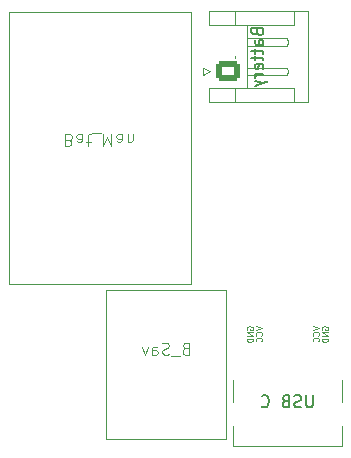
<source format=gbo>
%TF.GenerationSoftware,KiCad,Pcbnew,7.0.2-0*%
%TF.CreationDate,2025-01-26T18:27:29-07:00*%
%TF.ProjectId,LeftMB,4c656674-4d42-42e6-9b69-6361645f7063,rev?*%
%TF.SameCoordinates,Original*%
%TF.FileFunction,Legend,Bot*%
%TF.FilePolarity,Positive*%
%FSLAX46Y46*%
G04 Gerber Fmt 4.6, Leading zero omitted, Abs format (unit mm)*
G04 Created by KiCad (PCBNEW 7.0.2-0) date 2025-01-26 18:27:29*
%MOMM*%
%LPD*%
G01*
G04 APERTURE LIST*
G04 Aperture macros list*
%AMRoundRect*
0 Rectangle with rounded corners*
0 $1 Rounding radius*
0 $2 $3 $4 $5 $6 $7 $8 $9 X,Y pos of 4 corners*
0 Add a 4 corners polygon primitive as box body*
4,1,4,$2,$3,$4,$5,$6,$7,$8,$9,$2,$3,0*
0 Add four circle primitives for the rounded corners*
1,1,$1+$1,$2,$3*
1,1,$1+$1,$4,$5*
1,1,$1+$1,$6,$7*
1,1,$1+$1,$8,$9*
0 Add four rect primitives between the rounded corners*
20,1,$1+$1,$2,$3,$4,$5,0*
20,1,$1+$1,$4,$5,$6,$7,0*
20,1,$1+$1,$6,$7,$8,$9,0*
20,1,$1+$1,$8,$9,$2,$3,0*%
G04 Aperture macros list end*
%ADD10C,0.100000*%
%ADD11C,0.150000*%
%ADD12C,0.120000*%
%ADD13C,2.200000*%
%ADD14C,1.700000*%
%ADD15C,1.524000*%
%ADD16RoundRect,0.250000X0.750000X-0.600000X0.750000X0.600000X-0.750000X0.600000X-0.750000X-0.600000X0*%
%ADD17O,2.000000X1.700000*%
%ADD18C,0.650000*%
%ADD19R,0.600000X1.240000*%
%ADD20R,0.300000X1.240000*%
%ADD21O,1.000000X1.800000*%
%ADD22O,1.000000X2.100000*%
G04 APERTURE END LIST*
D10*
X104494309Y-131413334D02*
X104994309Y-131580000D01*
X104994309Y-131580000D02*
X104494309Y-131746667D01*
X104946690Y-132199047D02*
X104970500Y-132175238D01*
X104970500Y-132175238D02*
X104994309Y-132103809D01*
X104994309Y-132103809D02*
X104994309Y-132056190D01*
X104994309Y-132056190D02*
X104970500Y-131984762D01*
X104970500Y-131984762D02*
X104922880Y-131937143D01*
X104922880Y-131937143D02*
X104875261Y-131913333D01*
X104875261Y-131913333D02*
X104780023Y-131889524D01*
X104780023Y-131889524D02*
X104708595Y-131889524D01*
X104708595Y-131889524D02*
X104613357Y-131913333D01*
X104613357Y-131913333D02*
X104565738Y-131937143D01*
X104565738Y-131937143D02*
X104518119Y-131984762D01*
X104518119Y-131984762D02*
X104494309Y-132056190D01*
X104494309Y-132056190D02*
X104494309Y-132103809D01*
X104494309Y-132103809D02*
X104518119Y-132175238D01*
X104518119Y-132175238D02*
X104541928Y-132199047D01*
X104946690Y-132699047D02*
X104970500Y-132675238D01*
X104970500Y-132675238D02*
X104994309Y-132603809D01*
X104994309Y-132603809D02*
X104994309Y-132556190D01*
X104994309Y-132556190D02*
X104970500Y-132484762D01*
X104970500Y-132484762D02*
X104922880Y-132437143D01*
X104922880Y-132437143D02*
X104875261Y-132413333D01*
X104875261Y-132413333D02*
X104780023Y-132389524D01*
X104780023Y-132389524D02*
X104708595Y-132389524D01*
X104708595Y-132389524D02*
X104613357Y-132413333D01*
X104613357Y-132413333D02*
X104565738Y-132437143D01*
X104565738Y-132437143D02*
X104518119Y-132484762D01*
X104518119Y-132484762D02*
X104494309Y-132556190D01*
X104494309Y-132556190D02*
X104494309Y-132603809D01*
X104494309Y-132603809D02*
X104518119Y-132675238D01*
X104518119Y-132675238D02*
X104541928Y-132699047D01*
X105280119Y-131699047D02*
X105256309Y-131651428D01*
X105256309Y-131651428D02*
X105256309Y-131579999D01*
X105256309Y-131579999D02*
X105280119Y-131508571D01*
X105280119Y-131508571D02*
X105327738Y-131460952D01*
X105327738Y-131460952D02*
X105375357Y-131437142D01*
X105375357Y-131437142D02*
X105470595Y-131413333D01*
X105470595Y-131413333D02*
X105542023Y-131413333D01*
X105542023Y-131413333D02*
X105637261Y-131437142D01*
X105637261Y-131437142D02*
X105684880Y-131460952D01*
X105684880Y-131460952D02*
X105732500Y-131508571D01*
X105732500Y-131508571D02*
X105756309Y-131579999D01*
X105756309Y-131579999D02*
X105756309Y-131627618D01*
X105756309Y-131627618D02*
X105732500Y-131699047D01*
X105732500Y-131699047D02*
X105708690Y-131722856D01*
X105708690Y-131722856D02*
X105542023Y-131722856D01*
X105542023Y-131722856D02*
X105542023Y-131627618D01*
X105756309Y-131937142D02*
X105256309Y-131937142D01*
X105256309Y-131937142D02*
X105756309Y-132222856D01*
X105756309Y-132222856D02*
X105256309Y-132222856D01*
X105756309Y-132460952D02*
X105256309Y-132460952D01*
X105256309Y-132460952D02*
X105256309Y-132580000D01*
X105256309Y-132580000D02*
X105280119Y-132651428D01*
X105280119Y-132651428D02*
X105327738Y-132699047D01*
X105327738Y-132699047D02*
X105375357Y-132722857D01*
X105375357Y-132722857D02*
X105470595Y-132746666D01*
X105470595Y-132746666D02*
X105542023Y-132746666D01*
X105542023Y-132746666D02*
X105637261Y-132722857D01*
X105637261Y-132722857D02*
X105684880Y-132699047D01*
X105684880Y-132699047D02*
X105732500Y-132651428D01*
X105732500Y-132651428D02*
X105756309Y-132580000D01*
X105756309Y-132580000D02*
X105756309Y-132460952D01*
X98930119Y-131699047D02*
X98906309Y-131651428D01*
X98906309Y-131651428D02*
X98906309Y-131579999D01*
X98906309Y-131579999D02*
X98930119Y-131508571D01*
X98930119Y-131508571D02*
X98977738Y-131460952D01*
X98977738Y-131460952D02*
X99025357Y-131437142D01*
X99025357Y-131437142D02*
X99120595Y-131413333D01*
X99120595Y-131413333D02*
X99192023Y-131413333D01*
X99192023Y-131413333D02*
X99287261Y-131437142D01*
X99287261Y-131437142D02*
X99334880Y-131460952D01*
X99334880Y-131460952D02*
X99382500Y-131508571D01*
X99382500Y-131508571D02*
X99406309Y-131579999D01*
X99406309Y-131579999D02*
X99406309Y-131627618D01*
X99406309Y-131627618D02*
X99382500Y-131699047D01*
X99382500Y-131699047D02*
X99358690Y-131722856D01*
X99358690Y-131722856D02*
X99192023Y-131722856D01*
X99192023Y-131722856D02*
X99192023Y-131627618D01*
X99406309Y-131937142D02*
X98906309Y-131937142D01*
X98906309Y-131937142D02*
X99406309Y-132222856D01*
X99406309Y-132222856D02*
X98906309Y-132222856D01*
X99406309Y-132460952D02*
X98906309Y-132460952D01*
X98906309Y-132460952D02*
X98906309Y-132580000D01*
X98906309Y-132580000D02*
X98930119Y-132651428D01*
X98930119Y-132651428D02*
X98977738Y-132699047D01*
X98977738Y-132699047D02*
X99025357Y-132722857D01*
X99025357Y-132722857D02*
X99120595Y-132746666D01*
X99120595Y-132746666D02*
X99192023Y-132746666D01*
X99192023Y-132746666D02*
X99287261Y-132722857D01*
X99287261Y-132722857D02*
X99334880Y-132699047D01*
X99334880Y-132699047D02*
X99382500Y-132651428D01*
X99382500Y-132651428D02*
X99406309Y-132580000D01*
X99406309Y-132580000D02*
X99406309Y-132460952D01*
X99668309Y-131413334D02*
X100168309Y-131580000D01*
X100168309Y-131580000D02*
X99668309Y-131746667D01*
X100120690Y-132199047D02*
X100144500Y-132175238D01*
X100144500Y-132175238D02*
X100168309Y-132103809D01*
X100168309Y-132103809D02*
X100168309Y-132056190D01*
X100168309Y-132056190D02*
X100144500Y-131984762D01*
X100144500Y-131984762D02*
X100096880Y-131937143D01*
X100096880Y-131937143D02*
X100049261Y-131913333D01*
X100049261Y-131913333D02*
X99954023Y-131889524D01*
X99954023Y-131889524D02*
X99882595Y-131889524D01*
X99882595Y-131889524D02*
X99787357Y-131913333D01*
X99787357Y-131913333D02*
X99739738Y-131937143D01*
X99739738Y-131937143D02*
X99692119Y-131984762D01*
X99692119Y-131984762D02*
X99668309Y-132056190D01*
X99668309Y-132056190D02*
X99668309Y-132103809D01*
X99668309Y-132103809D02*
X99692119Y-132175238D01*
X99692119Y-132175238D02*
X99715928Y-132199047D01*
X100120690Y-132699047D02*
X100144500Y-132675238D01*
X100144500Y-132675238D02*
X100168309Y-132603809D01*
X100168309Y-132603809D02*
X100168309Y-132556190D01*
X100168309Y-132556190D02*
X100144500Y-132484762D01*
X100144500Y-132484762D02*
X100096880Y-132437143D01*
X100096880Y-132437143D02*
X100049261Y-132413333D01*
X100049261Y-132413333D02*
X99954023Y-132389524D01*
X99954023Y-132389524D02*
X99882595Y-132389524D01*
X99882595Y-132389524D02*
X99787357Y-132413333D01*
X99787357Y-132413333D02*
X99739738Y-132437143D01*
X99739738Y-132437143D02*
X99692119Y-132484762D01*
X99692119Y-132484762D02*
X99668309Y-132556190D01*
X99668309Y-132556190D02*
X99668309Y-132603809D01*
X99668309Y-132603809D02*
X99692119Y-132675238D01*
X99692119Y-132675238D02*
X99715928Y-132699047D01*
%TO.C,B_Sav*%
X93694047Y-133288809D02*
X93551190Y-133336428D01*
X93551190Y-133336428D02*
X93503571Y-133384047D01*
X93503571Y-133384047D02*
X93455952Y-133479285D01*
X93455952Y-133479285D02*
X93455952Y-133622142D01*
X93455952Y-133622142D02*
X93503571Y-133717380D01*
X93503571Y-133717380D02*
X93551190Y-133765000D01*
X93551190Y-133765000D02*
X93646428Y-133812619D01*
X93646428Y-133812619D02*
X94027380Y-133812619D01*
X94027380Y-133812619D02*
X94027380Y-132812619D01*
X94027380Y-132812619D02*
X93694047Y-132812619D01*
X93694047Y-132812619D02*
X93598809Y-132860238D01*
X93598809Y-132860238D02*
X93551190Y-132907857D01*
X93551190Y-132907857D02*
X93503571Y-133003095D01*
X93503571Y-133003095D02*
X93503571Y-133098333D01*
X93503571Y-133098333D02*
X93551190Y-133193571D01*
X93551190Y-133193571D02*
X93598809Y-133241190D01*
X93598809Y-133241190D02*
X93694047Y-133288809D01*
X93694047Y-133288809D02*
X94027380Y-133288809D01*
X93265476Y-133907857D02*
X92503571Y-133907857D01*
X92313094Y-133765000D02*
X92170237Y-133812619D01*
X92170237Y-133812619D02*
X91932142Y-133812619D01*
X91932142Y-133812619D02*
X91836904Y-133765000D01*
X91836904Y-133765000D02*
X91789285Y-133717380D01*
X91789285Y-133717380D02*
X91741666Y-133622142D01*
X91741666Y-133622142D02*
X91741666Y-133526904D01*
X91741666Y-133526904D02*
X91789285Y-133431666D01*
X91789285Y-133431666D02*
X91836904Y-133384047D01*
X91836904Y-133384047D02*
X91932142Y-133336428D01*
X91932142Y-133336428D02*
X92122618Y-133288809D01*
X92122618Y-133288809D02*
X92217856Y-133241190D01*
X92217856Y-133241190D02*
X92265475Y-133193571D01*
X92265475Y-133193571D02*
X92313094Y-133098333D01*
X92313094Y-133098333D02*
X92313094Y-133003095D01*
X92313094Y-133003095D02*
X92265475Y-132907857D01*
X92265475Y-132907857D02*
X92217856Y-132860238D01*
X92217856Y-132860238D02*
X92122618Y-132812619D01*
X92122618Y-132812619D02*
X91884523Y-132812619D01*
X91884523Y-132812619D02*
X91741666Y-132860238D01*
X90884523Y-133812619D02*
X90884523Y-133288809D01*
X90884523Y-133288809D02*
X90932142Y-133193571D01*
X90932142Y-133193571D02*
X91027380Y-133145952D01*
X91027380Y-133145952D02*
X91217856Y-133145952D01*
X91217856Y-133145952D02*
X91313094Y-133193571D01*
X90884523Y-133765000D02*
X90979761Y-133812619D01*
X90979761Y-133812619D02*
X91217856Y-133812619D01*
X91217856Y-133812619D02*
X91313094Y-133765000D01*
X91313094Y-133765000D02*
X91360713Y-133669761D01*
X91360713Y-133669761D02*
X91360713Y-133574523D01*
X91360713Y-133574523D02*
X91313094Y-133479285D01*
X91313094Y-133479285D02*
X91217856Y-133431666D01*
X91217856Y-133431666D02*
X90979761Y-133431666D01*
X90979761Y-133431666D02*
X90884523Y-133384047D01*
X90503570Y-133145952D02*
X90265475Y-133812619D01*
X90265475Y-133812619D02*
X90027380Y-133145952D01*
%TO.C,Bat_Man*%
X83856190Y-115661190D02*
X83999047Y-115613571D01*
X83999047Y-115613571D02*
X84046666Y-115565952D01*
X84046666Y-115565952D02*
X84094285Y-115470714D01*
X84094285Y-115470714D02*
X84094285Y-115327857D01*
X84094285Y-115327857D02*
X84046666Y-115232619D01*
X84046666Y-115232619D02*
X83999047Y-115185000D01*
X83999047Y-115185000D02*
X83903809Y-115137380D01*
X83903809Y-115137380D02*
X83522857Y-115137380D01*
X83522857Y-115137380D02*
X83522857Y-116137380D01*
X83522857Y-116137380D02*
X83856190Y-116137380D01*
X83856190Y-116137380D02*
X83951428Y-116089761D01*
X83951428Y-116089761D02*
X83999047Y-116042142D01*
X83999047Y-116042142D02*
X84046666Y-115946904D01*
X84046666Y-115946904D02*
X84046666Y-115851666D01*
X84046666Y-115851666D02*
X83999047Y-115756428D01*
X83999047Y-115756428D02*
X83951428Y-115708809D01*
X83951428Y-115708809D02*
X83856190Y-115661190D01*
X83856190Y-115661190D02*
X83522857Y-115661190D01*
X84951428Y-115137380D02*
X84951428Y-115661190D01*
X84951428Y-115661190D02*
X84903809Y-115756428D01*
X84903809Y-115756428D02*
X84808571Y-115804047D01*
X84808571Y-115804047D02*
X84618095Y-115804047D01*
X84618095Y-115804047D02*
X84522857Y-115756428D01*
X84951428Y-115185000D02*
X84856190Y-115137380D01*
X84856190Y-115137380D02*
X84618095Y-115137380D01*
X84618095Y-115137380D02*
X84522857Y-115185000D01*
X84522857Y-115185000D02*
X84475238Y-115280238D01*
X84475238Y-115280238D02*
X84475238Y-115375476D01*
X84475238Y-115375476D02*
X84522857Y-115470714D01*
X84522857Y-115470714D02*
X84618095Y-115518333D01*
X84618095Y-115518333D02*
X84856190Y-115518333D01*
X84856190Y-115518333D02*
X84951428Y-115565952D01*
X85284762Y-115804047D02*
X85665714Y-115804047D01*
X85427619Y-116137380D02*
X85427619Y-115280238D01*
X85427619Y-115280238D02*
X85475238Y-115185000D01*
X85475238Y-115185000D02*
X85570476Y-115137380D01*
X85570476Y-115137380D02*
X85665714Y-115137380D01*
X85760953Y-115042142D02*
X86522857Y-115042142D01*
X86760953Y-115137380D02*
X86760953Y-116137380D01*
X86760953Y-116137380D02*
X87094286Y-115423095D01*
X87094286Y-115423095D02*
X87427619Y-116137380D01*
X87427619Y-116137380D02*
X87427619Y-115137380D01*
X88332381Y-115137380D02*
X88332381Y-115661190D01*
X88332381Y-115661190D02*
X88284762Y-115756428D01*
X88284762Y-115756428D02*
X88189524Y-115804047D01*
X88189524Y-115804047D02*
X87999048Y-115804047D01*
X87999048Y-115804047D02*
X87903810Y-115756428D01*
X88332381Y-115185000D02*
X88237143Y-115137380D01*
X88237143Y-115137380D02*
X87999048Y-115137380D01*
X87999048Y-115137380D02*
X87903810Y-115185000D01*
X87903810Y-115185000D02*
X87856191Y-115280238D01*
X87856191Y-115280238D02*
X87856191Y-115375476D01*
X87856191Y-115375476D02*
X87903810Y-115470714D01*
X87903810Y-115470714D02*
X87999048Y-115518333D01*
X87999048Y-115518333D02*
X88237143Y-115518333D01*
X88237143Y-115518333D02*
X88332381Y-115565952D01*
X88808572Y-115804047D02*
X88808572Y-115137380D01*
X88808572Y-115708809D02*
X88856191Y-115756428D01*
X88856191Y-115756428D02*
X88951429Y-115804047D01*
X88951429Y-115804047D02*
X89094286Y-115804047D01*
X89094286Y-115804047D02*
X89189524Y-115756428D01*
X89189524Y-115756428D02*
X89237143Y-115661190D01*
X89237143Y-115661190D02*
X89237143Y-115137380D01*
D11*
%TO.C,Battery*%
X99768309Y-106513570D02*
X99815928Y-106656427D01*
X99815928Y-106656427D02*
X99863547Y-106704046D01*
X99863547Y-106704046D02*
X99958785Y-106751665D01*
X99958785Y-106751665D02*
X100101642Y-106751665D01*
X100101642Y-106751665D02*
X100196880Y-106704046D01*
X100196880Y-106704046D02*
X100244500Y-106656427D01*
X100244500Y-106656427D02*
X100292119Y-106561189D01*
X100292119Y-106561189D02*
X100292119Y-106180237D01*
X100292119Y-106180237D02*
X99292119Y-106180237D01*
X99292119Y-106180237D02*
X99292119Y-106513570D01*
X99292119Y-106513570D02*
X99339738Y-106608808D01*
X99339738Y-106608808D02*
X99387357Y-106656427D01*
X99387357Y-106656427D02*
X99482595Y-106704046D01*
X99482595Y-106704046D02*
X99577833Y-106704046D01*
X99577833Y-106704046D02*
X99673071Y-106656427D01*
X99673071Y-106656427D02*
X99720690Y-106608808D01*
X99720690Y-106608808D02*
X99768309Y-106513570D01*
X99768309Y-106513570D02*
X99768309Y-106180237D01*
X100292119Y-107608808D02*
X99768309Y-107608808D01*
X99768309Y-107608808D02*
X99673071Y-107561189D01*
X99673071Y-107561189D02*
X99625452Y-107465951D01*
X99625452Y-107465951D02*
X99625452Y-107275475D01*
X99625452Y-107275475D02*
X99673071Y-107180237D01*
X100244500Y-107608808D02*
X100292119Y-107513570D01*
X100292119Y-107513570D02*
X100292119Y-107275475D01*
X100292119Y-107275475D02*
X100244500Y-107180237D01*
X100244500Y-107180237D02*
X100149261Y-107132618D01*
X100149261Y-107132618D02*
X100054023Y-107132618D01*
X100054023Y-107132618D02*
X99958785Y-107180237D01*
X99958785Y-107180237D02*
X99911166Y-107275475D01*
X99911166Y-107275475D02*
X99911166Y-107513570D01*
X99911166Y-107513570D02*
X99863547Y-107608808D01*
X99625452Y-107942142D02*
X99625452Y-108323094D01*
X99292119Y-108084999D02*
X100149261Y-108084999D01*
X100149261Y-108084999D02*
X100244500Y-108132618D01*
X100244500Y-108132618D02*
X100292119Y-108227856D01*
X100292119Y-108227856D02*
X100292119Y-108323094D01*
X99625452Y-108513571D02*
X99625452Y-108894523D01*
X99292119Y-108656428D02*
X100149261Y-108656428D01*
X100149261Y-108656428D02*
X100244500Y-108704047D01*
X100244500Y-108704047D02*
X100292119Y-108799285D01*
X100292119Y-108799285D02*
X100292119Y-108894523D01*
X100244500Y-109608809D02*
X100292119Y-109513571D01*
X100292119Y-109513571D02*
X100292119Y-109323095D01*
X100292119Y-109323095D02*
X100244500Y-109227857D01*
X100244500Y-109227857D02*
X100149261Y-109180238D01*
X100149261Y-109180238D02*
X99768309Y-109180238D01*
X99768309Y-109180238D02*
X99673071Y-109227857D01*
X99673071Y-109227857D02*
X99625452Y-109323095D01*
X99625452Y-109323095D02*
X99625452Y-109513571D01*
X99625452Y-109513571D02*
X99673071Y-109608809D01*
X99673071Y-109608809D02*
X99768309Y-109656428D01*
X99768309Y-109656428D02*
X99863547Y-109656428D01*
X99863547Y-109656428D02*
X99958785Y-109180238D01*
X100292119Y-110085000D02*
X99625452Y-110085000D01*
X99815928Y-110085000D02*
X99720690Y-110132619D01*
X99720690Y-110132619D02*
X99673071Y-110180238D01*
X99673071Y-110180238D02*
X99625452Y-110275476D01*
X99625452Y-110275476D02*
X99625452Y-110370714D01*
X99625452Y-110608810D02*
X100292119Y-110846905D01*
X99625452Y-111085000D02*
X100292119Y-110846905D01*
X100292119Y-110846905D02*
X100530214Y-110751667D01*
X100530214Y-110751667D02*
X100577833Y-110704048D01*
X100577833Y-110704048D02*
X100625452Y-110608810D01*
%TO.C,USB C*%
X104492856Y-137257619D02*
X104492856Y-138067142D01*
X104492856Y-138067142D02*
X104445237Y-138162380D01*
X104445237Y-138162380D02*
X104397618Y-138210000D01*
X104397618Y-138210000D02*
X104302380Y-138257619D01*
X104302380Y-138257619D02*
X104111904Y-138257619D01*
X104111904Y-138257619D02*
X104016666Y-138210000D01*
X104016666Y-138210000D02*
X103969047Y-138162380D01*
X103969047Y-138162380D02*
X103921428Y-138067142D01*
X103921428Y-138067142D02*
X103921428Y-137257619D01*
X103492856Y-138210000D02*
X103349999Y-138257619D01*
X103349999Y-138257619D02*
X103111904Y-138257619D01*
X103111904Y-138257619D02*
X103016666Y-138210000D01*
X103016666Y-138210000D02*
X102969047Y-138162380D01*
X102969047Y-138162380D02*
X102921428Y-138067142D01*
X102921428Y-138067142D02*
X102921428Y-137971904D01*
X102921428Y-137971904D02*
X102969047Y-137876666D01*
X102969047Y-137876666D02*
X103016666Y-137829047D01*
X103016666Y-137829047D02*
X103111904Y-137781428D01*
X103111904Y-137781428D02*
X103302380Y-137733809D01*
X103302380Y-137733809D02*
X103397618Y-137686190D01*
X103397618Y-137686190D02*
X103445237Y-137638571D01*
X103445237Y-137638571D02*
X103492856Y-137543333D01*
X103492856Y-137543333D02*
X103492856Y-137448095D01*
X103492856Y-137448095D02*
X103445237Y-137352857D01*
X103445237Y-137352857D02*
X103397618Y-137305238D01*
X103397618Y-137305238D02*
X103302380Y-137257619D01*
X103302380Y-137257619D02*
X103064285Y-137257619D01*
X103064285Y-137257619D02*
X102921428Y-137305238D01*
X102159523Y-137733809D02*
X102016666Y-137781428D01*
X102016666Y-137781428D02*
X101969047Y-137829047D01*
X101969047Y-137829047D02*
X101921428Y-137924285D01*
X101921428Y-137924285D02*
X101921428Y-138067142D01*
X101921428Y-138067142D02*
X101969047Y-138162380D01*
X101969047Y-138162380D02*
X102016666Y-138210000D01*
X102016666Y-138210000D02*
X102111904Y-138257619D01*
X102111904Y-138257619D02*
X102492856Y-138257619D01*
X102492856Y-138257619D02*
X102492856Y-137257619D01*
X102492856Y-137257619D02*
X102159523Y-137257619D01*
X102159523Y-137257619D02*
X102064285Y-137305238D01*
X102064285Y-137305238D02*
X102016666Y-137352857D01*
X102016666Y-137352857D02*
X101969047Y-137448095D01*
X101969047Y-137448095D02*
X101969047Y-137543333D01*
X101969047Y-137543333D02*
X102016666Y-137638571D01*
X102016666Y-137638571D02*
X102064285Y-137686190D01*
X102064285Y-137686190D02*
X102159523Y-137733809D01*
X102159523Y-137733809D02*
X102492856Y-137733809D01*
X100159523Y-138162380D02*
X100207142Y-138210000D01*
X100207142Y-138210000D02*
X100349999Y-138257619D01*
X100349999Y-138257619D02*
X100445237Y-138257619D01*
X100445237Y-138257619D02*
X100588094Y-138210000D01*
X100588094Y-138210000D02*
X100683332Y-138114761D01*
X100683332Y-138114761D02*
X100730951Y-138019523D01*
X100730951Y-138019523D02*
X100778570Y-137829047D01*
X100778570Y-137829047D02*
X100778570Y-137686190D01*
X100778570Y-137686190D02*
X100730951Y-137495714D01*
X100730951Y-137495714D02*
X100683332Y-137400476D01*
X100683332Y-137400476D02*
X100588094Y-137305238D01*
X100588094Y-137305238D02*
X100445237Y-137257619D01*
X100445237Y-137257619D02*
X100349999Y-137257619D01*
X100349999Y-137257619D02*
X100207142Y-137305238D01*
X100207142Y-137305238D02*
X100159523Y-137352857D01*
D10*
%TO.C,B_Sav*%
X97155000Y-128370000D02*
X86955000Y-128370000D01*
X86955000Y-128370000D02*
X86955000Y-140970000D01*
X86955000Y-140970000D02*
X97155000Y-140970000D01*
X97155000Y-140970000D02*
X97155000Y-128370000D01*
%TO.C,Bat_Man*%
X78760000Y-127805000D02*
X94160000Y-127805000D01*
X94160000Y-127805000D02*
X94160000Y-104805000D01*
X94160000Y-104805000D02*
X78760000Y-104805000D01*
X78760000Y-104805000D02*
X78760000Y-127805000D01*
D12*
%TO.C,Battery*%
X95679500Y-112445000D02*
X104099500Y-112445000D01*
X102879500Y-112445000D02*
X102879500Y-111225000D01*
X104099500Y-112445000D02*
X104099500Y-104725000D01*
X95679500Y-111225000D02*
X95679500Y-112445000D01*
X97879500Y-111225000D02*
X97879500Y-112445000D01*
X97879500Y-111225000D02*
X95679500Y-111225000D01*
X98879500Y-111225000D02*
X98879500Y-105945000D01*
X102879500Y-111225000D02*
X97879500Y-111225000D01*
X98879500Y-110155000D02*
X102299500Y-110155000D01*
X102299500Y-110155000D02*
X102379500Y-109835000D01*
X95189500Y-110135000D02*
X95189500Y-109535000D01*
X95789500Y-109835000D02*
X95189500Y-110135000D01*
X98879500Y-109835000D02*
X98879500Y-110155000D01*
X102379500Y-109835000D02*
X102299500Y-109515000D01*
X95189500Y-109535000D02*
X95789500Y-109835000D01*
X98879500Y-109515000D02*
X98879500Y-109835000D01*
X102299500Y-109515000D02*
X98879500Y-109515000D01*
X97879500Y-108665000D02*
X97879500Y-108505000D01*
X98879500Y-107655000D02*
X102299500Y-107655000D01*
X102299500Y-107655000D02*
X102379500Y-107335000D01*
X98879500Y-107335000D02*
X98879500Y-107655000D01*
X102379500Y-107335000D02*
X102299500Y-107015000D01*
X98879500Y-107015000D02*
X98879500Y-107335000D01*
X102299500Y-107015000D02*
X98879500Y-107015000D01*
X95679500Y-105945000D02*
X97879500Y-105945000D01*
X97879500Y-105945000D02*
X97879500Y-104725000D01*
X102879500Y-105945000D02*
X97879500Y-105945000D01*
X95679500Y-104725000D02*
X95679500Y-105945000D01*
X102879500Y-104725000D02*
X102879500Y-105945000D01*
X104099500Y-104725000D02*
X95679500Y-104725000D01*
%TO.C,USB C*%
X106930000Y-141580000D02*
X106930000Y-139875000D01*
X106930000Y-135945000D02*
X106930000Y-137865000D01*
X97770000Y-141580000D02*
X106930000Y-141580000D01*
X97770000Y-139875000D02*
X97770000Y-141580000D01*
X97770000Y-137865000D02*
X97770000Y-135945000D01*
%TD*%
%LPC*%
D13*
%TO.C,REF\u002A\u002A*%
X88992000Y-57237000D03*
X95992000Y-57237000D03*
D14*
X90242000Y-54737000D03*
X94742000Y-54737000D03*
%TD*%
D13*
%TO.C,REF\u002A\u002A*%
X104740000Y-57237000D03*
X111740000Y-57237000D03*
D14*
X105990000Y-54737000D03*
X110490000Y-54737000D03*
%TD*%
D13*
%TO.C,REF\u002A\u002A*%
X53523000Y-67687000D03*
X60523000Y-67687000D03*
D14*
X54773000Y-65187000D03*
X59273000Y-65187000D03*
%TD*%
D15*
%TO.C,REF\u002A\u002A*%
X82564000Y-84170000D03*
X82564000Y-90170000D03*
X82564000Y-86170000D03*
X82564000Y-92170000D03*
X82564000Y-88170000D03*
X82564000Y-94170000D03*
%TD*%
D13*
%TO.C,REF\u002A\u002A*%
X114900000Y-57237000D03*
X121900000Y-57237000D03*
D14*
X116150000Y-54737000D03*
X120650000Y-54737000D03*
%TD*%
D15*
%TO.C,B_Sav*%
X90805000Y-139700000D03*
X88265000Y-139700000D03*
X93345000Y-139700000D03*
X95885000Y-139700000D03*
%TD*%
%TO.C,Bat_Man*%
X92730000Y-106075000D03*
X85110000Y-106075000D03*
X87650000Y-106075000D03*
X80030000Y-106075000D03*
X82570000Y-106075000D03*
X90190000Y-106075000D03*
%TD*%
D16*
%TO.C,Battery*%
X97289500Y-109835000D03*
D17*
X97289500Y-107335000D03*
%TD*%
D18*
%TO.C,USB C*%
X105240000Y-135190000D03*
X99460000Y-135190000D03*
D19*
X105550000Y-134070000D03*
X104750000Y-134070000D03*
D20*
X103600000Y-134070000D03*
X102600000Y-134070000D03*
X102100000Y-134070000D03*
X101100000Y-134070000D03*
D19*
X99950000Y-134070000D03*
X99150000Y-134070000D03*
X99150000Y-134070000D03*
X99950000Y-134070000D03*
D20*
X100600000Y-134070000D03*
X101600000Y-134070000D03*
X103100000Y-134070000D03*
X104100000Y-134070000D03*
D19*
X104750000Y-134070000D03*
X105550000Y-134070000D03*
D21*
X106670000Y-138870000D03*
D22*
X106670000Y-134670000D03*
D21*
X98030000Y-138870000D03*
D22*
X98030000Y-134670000D03*
%TD*%
%LPD*%
M02*

</source>
